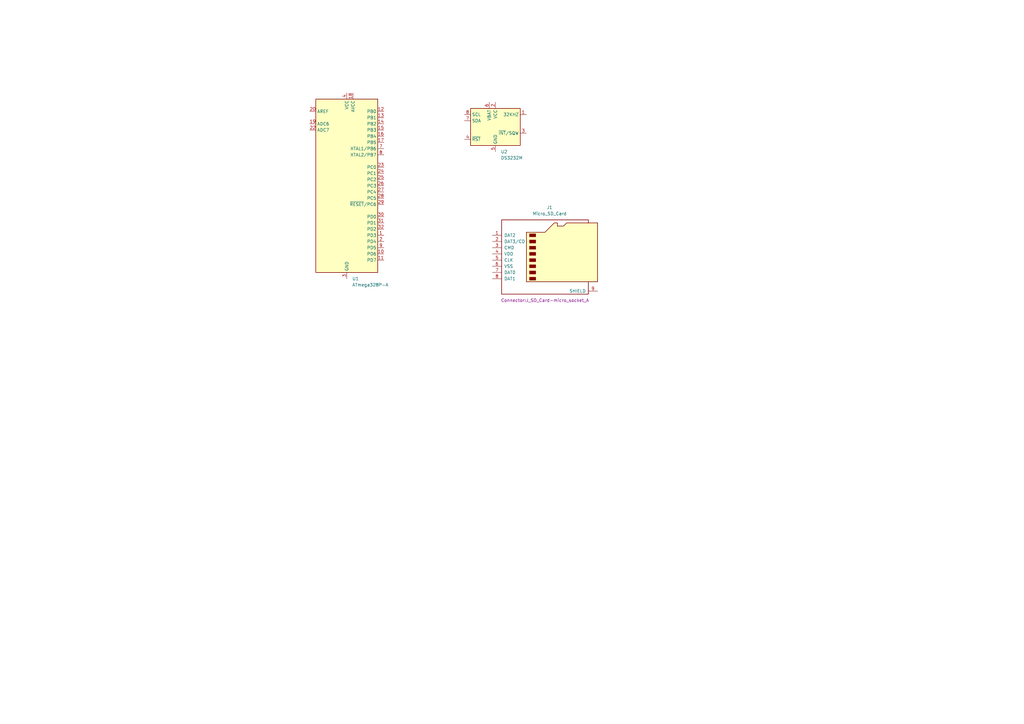
<source format=kicad_sch>
(kicad_sch (version 20230121) (generator eeschema)
  (paper "A3")
  (title_block (title "plts-monitoring-board") (date "2024-01-24") (rev "A") (company "Synapsis.id") (comment 1 "Chalenge Test Electronicks Engineer") (comment 2 "Author: Ahmad Qodri"))
  (lib_symbols
    (symbol "Connector:Micro_SD_Card" (pin_names (offset 1.016))
      (property "Reference" "J" (at -16.51 15.24 0))
      (property "Value" "Micro_SD_Card" (at 16.51 15.24 0))
      (symbol "Micro_SD_Card_0_1"
        (rectangle (start -7.62 -9.525) (end -5.08 -10.795) (fill (type outline)))
        (rectangle (start -7.62 -6.985) (end -5.08 -8.255) (fill (type outline)))
        (rectangle (start -7.62 -4.445) (end -5.08 -5.715) (fill (type outline)))
        (rectangle (start -7.62 -1.905) (end -5.08 -3.175) (fill (type outline)))
        (rectangle (start -7.62 0.635) (end -5.08 -0.635) (fill (type outline)))
        (rectangle (start -7.62 3.175) (end -5.08 1.905) (fill (type outline)))
        (rectangle (start -7.62 5.715) (end -5.08 4.445) (fill (type outline)))
        (rectangle (start -7.62 8.255) (end -5.08 6.985) (fill (type outline)))
        (polyline (pts (xy 16.51 12.7) (xy 16.51 13.97) (xy -19.05 13.97) (xy -19.05 -16.51) (xy 16.51 -16.51) (xy 16.51 -11.43)) (stroke (width 0.254)))
        (polyline (pts (xy -8.89 -11.43) (xy -8.89 8.89) (xy -1.27 8.89) (xy 2.54 12.7) (xy 3.81 12.7) (xy 3.81 11.43) (xy 6.35 11.43) (xy 7.62 12.7) (xy 20.32 12.7) (xy 20.32 -11.43) (xy -8.89 -11.43)) (stroke (width 0.254)) (fill (type background)))
      )
      (symbol "Micro_SD_Card_1_1"
        (pin bidirectional line (at -22.86 7.62 0) (length 3.81) (name "DAT2") (number "1"))
        (pin bidirectional line (at -22.86 5.08 0) (length 3.81) (name "DAT3/CD") (number "2"))
        (pin input line (at -22.86 2.54 0) (length 3.81) (name "CMD") (number "3"))
        (pin power_in line (at -22.86 0 0) (length 3.81) (name "VDD") (number "4"))
        (pin input line (at -22.86 -2.54 0) (length 3.81) (name "CLK") (number "5"))
        (pin power_in line (at -22.86 -5.08 0) (length 3.81) (name "VSS") (number "6"))
        (pin bidirectional line (at -22.86 -7.62 0) (length 3.81) (name "DAT0") (number "7"))
        (pin bidirectional line (at -22.86 -10.16 0) (length 3.81) (name "DAT1") (number "8"))
        (pin passive line (at 20.32 -15.24 180) (length 3.81) (name "SHIELD") (number "9"))
      )
    )
    (symbol "MCU_Microchip_ATmega:ATmega328P-A"
      (property "Reference" "U" (at -12.7 36.83 0))
      (property "Value" "ATmega328P-A" (at 2.54 -36.83 0))
      (symbol "ATmega328P-A_0_1"
        (rectangle (start -12.7 -35.56) (end 12.7 35.56) (stroke (width 0.254)) (fill (type background)))
      )
      (symbol "ATmega328P-A_1_1"
        (pin bidirectional line (at 15.24 -20.32 180) (length 2.54) (name "PD3") (number "1"))
        (pin bidirectional line (at 15.24 -27.94 180) (length 2.54) (name "PD6") (number "10"))
        (pin bidirectional line (at 15.24 -30.48 180) (length 2.54) (name "PD7") (number "11"))
        (pin bidirectional line (at 15.24 30.48 180) (length 2.54) (name "PB0") (number "12"))
        (pin bidirectional line (at 15.24 27.94 180) (length 2.54) (name "PB1") (number "13"))
        (pin bidirectional line (at 15.24 25.4 180) (length 2.54) (name "PB2") (number "14"))
        (pin bidirectional line (at 15.24 22.86 180) (length 2.54) (name "PB3") (number "15"))
        (pin bidirectional line (at 15.24 20.32 180) (length 2.54) (name "PB4") (number "16"))
        (pin bidirectional line (at 15.24 17.78 180) (length 2.54) (name "PB5") (number "17"))
        (pin power_in line (at 2.54 38.1 270) (length 2.54) (name "AVCC") (number "18"))
        (pin input line (at -15.24 25.4 0) (length 2.54) (name "ADC6") (number "19"))
        (pin bidirectional line (at 15.24 -22.86 180) (length 2.54) (name "PD4") (number "2"))
        (pin passive line (at -15.24 30.48 0) (length 2.54) (name "AREF") (number "20"))
        (pin passive line (at 0 -38.1 90) (length 2.54) hide (name "GND") (number "21"))
        (pin input line (at -15.24 22.86 0) (length 2.54) (name "ADC7") (number "22"))
        (pin bidirectional line (at 15.24 7.62 180) (length 2.54) (name "PC0") (number "23"))
        (pin bidirectional line (at 15.24 5.08 180) (length 2.54) (name "PC1") (number "24"))
        (pin bidirectional line (at 15.24 2.54 180) (length 2.54) (name "PC2") (number "25"))
        (pin bidirectional line (at 15.24 0 180) (length 2.54) (name "PC3") (number "26"))
        (pin bidirectional line (at 15.24 -2.54 180) (length 2.54) (name "PC4") (number "27"))
        (pin bidirectional line (at 15.24 -5.08 180) (length 2.54) (name "PC5") (number "28"))
        (pin bidirectional line (at 15.24 -7.62 180) (length 2.54) (name "~{RESET}/PC6") (number "29"))
        (pin power_in line (at 0 -38.1 90) (length 2.54) (name "GND") (number "3"))
        (pin bidirectional line (at 15.24 -12.7 180) (length 2.54) (name "PD0") (number "30"))
        (pin bidirectional line (at 15.24 -15.24 180) (length 2.54) (name "PD1") (number "31"))
        (pin bidirectional line (at 15.24 -17.78 180) (length 2.54) (name "PD2") (number "32"))
        (pin power_in line (at 0 38.1 270) (length 2.54) (name "VCC") (number "4"))
        (pin passive line (at 0 -38.1 90) (length 2.54) hide (name "GND") (number "5"))
        (pin passive line (at 0 38.1 270) (length 2.54) hide (name "VCC") (number "6"))
        (pin bidirectional line (at 15.24 15.24 180) (length 2.54) (name "XTAL1/PB6") (number "7"))
        (pin bidirectional line (at 15.24 12.7 180) (length 2.54) (name "XTAL2/PB7") (number "8"))
        (pin bidirectional line (at 15.24 -25.4 180) (length 2.54) (name "PD5") (number "9"))
      )
    )
    (symbol "Timer_RTC:DS3232M"
      (property "Reference" "U" (at -7.62 8.89 0))
      (property "Value" "DS3232M" (at 10.16 8.89 0))
      (symbol "DS3232M_0_1"
        (rectangle (start -10.16 7.62) (end 10.16 -7.62) (stroke (width 0.254)) (fill (type background)))
      )
      (symbol "DS3232M_1_1"
        (pin output line (at 12.7 5.08 180) (length 2.54) (name "32KHZ") (number "1"))
        (pin power_in line (at 0 10.16 270) (length 2.54) (name "VCC") (number "2"))
        (pin open_collector line (at 12.7 -2.54 180) (length 2.54) (name "~{INT}/SQW") (number "3"))
        (pin bidirectional line (at -12.7 -5.08 0) (length 2.54) (name "~{RST}") (number "4"))
        (pin power_in line (at 0 -10.16 90) (length 2.54) (name "GND") (number "5"))
        (pin power_in line (at -2.54 10.16 270) (length 2.54) (name "VBAT") (number "6"))
        (pin bidirectional line (at -12.7 2.54 0) (length 2.54) (name "SDA") (number "7"))
        (pin input line (at -12.7 5.08 0) (length 2.54) (name "SCL") (number "8"))
      )
    )
  )
  (symbol (lib_id "MCU_Microchip_ATmega:ATmega328P-A") (at 142.24 76.2 0) (unit 1)
    (property "Reference" "U1" (at 144.4341 114.3 0) (effects (justify left)))
    (property "Value" "ATmega328P-A" (at 144.4341 116.84 0) (effects (justify left)))
    (property "Footprint" "Package_QFP:TQFP-32_7x7mm_P0.8mm" (effects hide))
    (property "Datasheet" "http://ww1.microchip.com/downloads/en/DeviceDoc/ATmega328_P%20AVR%20MCU%20with%20picoPower%20Technology%20Data%20Sheet%2040001984A.pdf" (effects hide))
  )
  (symbol (lib_id "Timer_RTC:DS3232M") (at 203.2 52.07 0) (unit 1)
    (property "Reference" "U2" (at 205.3941 62.23 0) (effects (justify left)))
    (property "Value" "DS3232M" (at 205.3941 64.77 0) (effects (justify left)))
    (property "Footprint" "Package_SO:SOIC-8_3.9x4.9mm_P1.27mm" (effects hide))
    (property "Datasheet" "http://datasheets.maximintegrated.com/en/ds/DS3232M.pdf" (effects hide))
  )
  (symbol (lib_id "Connector:Micro_SD_Card") (at 224.79 104.14 0) (unit 1)
    (property "Reference" "J1" (at 225.425 85.09 0))
    (property "Value" "Micro_SD_Card" (at 225.425 87.63 0))
    (property "Footprint" "Connector:J_SD_Card-micro_socket_A" (at 223.52 123.19 0))
    (property "Datasheet" "http://katalog.we-online.de/em/datasheet/693072010801.pdf" (effects hide))
  )
)
</source>
